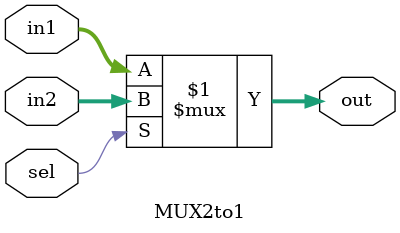
<source format=v>
`timescale 1ns / 1ps
module MUX2to1(
	input [31:0] in1,
	input [31:0] in2,
	output [31:0] out,
	input sel
    );
	assign out = sel ? in2 : in1;
endmodule

</source>
